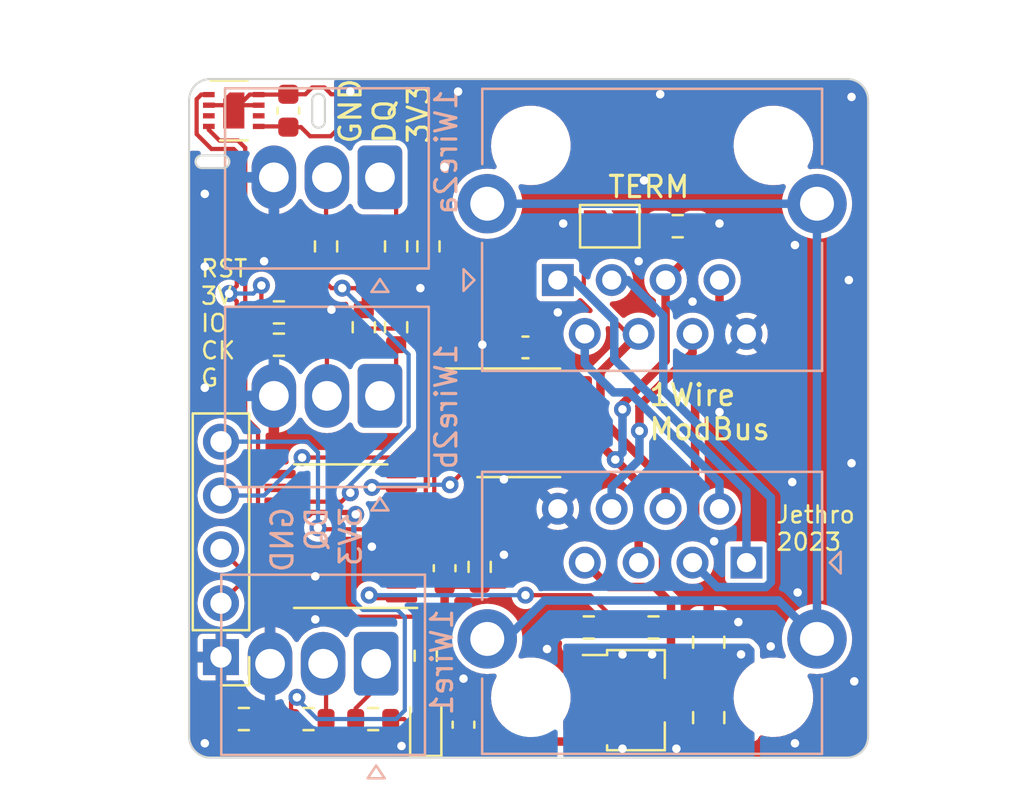
<source format=kicad_pcb>
(kicad_pcb (version 20221018) (generator pcbnew)
  (layers (0 "F.Cu" signal) (31 "B.Cu" signal) (34 "B.Paste" user) (35 "F.Paste" user) (36 "B.SilkS" user "B.Silkscreen") (37 "F.SilkS" user "F.Silkscreen") (38 "B.Mask" user) (39 "F.Mask" user) (44 "Edge.Cuts" user))
  (net 0 "")
  (net 1 "VCC")
  (net 2 "GND")
  (net 3 "+3V3")
  (net 4 "Net-(D1-A)")
  (net 5 "Net-(J1-Pad1)")
  (net 6 "Net-(J1-Pad2)")
  (net 7 "Net-(J1-Pad3)")
  (net 8 "/B")
  (net 9 "/A")
  (net 10 "/1WIRE")
  (net 11 "Net-(J3-Pin_1)")
  (net 12 "Net-(J3-Pin_2)")
  (net 13 "/SWCLK")
  (net 14 "/SWDIO")
  (net 15 "/~{RST}")
  (net 16 "Net-(J5-Pin_1)")
  (net 17 "Net-(J5-Pin_2)")
  (net 18 "Net-(J6-Pin_1)")
  (net 19 "Net-(J6-Pin_2)")
  (net 20 "Net-(JP1-B)")
  (net 21 "/LED")
  (net 22 "/V_SENSE")
  (net 23 "/SDA")
  (net 24 "/SCL")
  (net 25 "/RX")
  (net 26 "/~{RE}")
  (net 27 "/DE")
  (net 28 "/TX")
  (net 35 "/1WIRE2")
  (net 36 "Net-(J1-PadSH)")
  (net 38 "/1WIREx")
  (net 39 "Net-(R15-Pad1)")
  (footprint "Package_SO:TSSOP-20_4.4x6.5mm_P0.65mm" (layer "F.Cu") (at 77.1475 66.559 180)
    (fp_text reference "U3" hide)
    (fp_text value "STM32G030F6Px")
  )
  (footprint "Resistor_SMD:R_0603_1608Metric" (layer "F.Cu") (at 93.027 51.943 180)
    (fp_text reference "R1" hide)
    (fp_text value "120R")
  )
  (footprint "Resistor_SMD:R_0603_1608Metric" (layer "F.Cu") (at 79.756 56.706 -90)
    (fp_text reference "R5" hide)
    (fp_text value "120R")
  )
  (footprint "Resistor_SMD:R_0603_1608Metric" (layer "F.Cu") (at 78.676 75.184 180)
    (fp_text reference "R2" hide)
    (fp_text value "120R")
  )
  (footprint "Resistor_SMD:R_0603_1608Metric" (layer "F.Cu") (at 83.693 68.008 90)
    (fp_text reference "R12" hide)
    (fp_text value "47k")
  )
  (footprint "LED_SMD:LED_0603_1608Metric" (layer "F.Cu") (at 81.153 75.438 90)
    (fp_text reference "D1" hide)
    (fp_text value "LED")
  )
  (footprint "Resistor_SMD:R_0603_1608Metric" (layer "F.Cu") (at 72.581 75.184 180)
    (fp_text reference "R6" hide)
    (fp_text value "4k7")
  )
  (footprint "Sensor_Humidity:Sensirion_DFN-8-1EP_2.5x2.5mm_P0.5mm_EP1.1x1.7mm" (layer "F.Cu") (at 72.104 46.486)
    (fp_text reference "U4" hide)
    (fp_text value "SHT30-DIS")
  )
  (footprint "Package_SO:SOIC-8_3.9x4.9mm_P1.27mm" (layer "F.Cu") (at 85.536 61.214)
    (fp_text reference "U2" hide)
    (fp_text value "SP3485EN")
  )
  (footprint "Capacitor_SMD:C_0603_1608Metric" (layer "F.Cu") (at 82.931 75.451 90)
    (fp_text reference "C2" hide)
    (fp_text value "10u")
  )
  (footprint "Capacitor_SMD:C_0603_1608Metric" (layer "F.Cu") (at 74.676 46.495 90)
    (fp_text reference "C3" hide)
    (fp_text value "100n")
  )
  (footprint "Resistor_SMD:R_0603_1608Metric" (layer "F.Cu") (at 81.28 52.895 90)
    (fp_text reference "R15" hide)
    (fp_text value "4k7")
  )
  (footprint "Capacitor_SMD:C_0603_1608Metric" (layer "F.Cu") (at 85.852 57.658 180)
    (fp_text reference "C5" hide)
    (fp_text value "100n")
  )
  (footprint "Resistor_SMD:R_0603_1608Metric" (layer "F.Cu") (at 74.232 57.531)
    (fp_text reference "R14" hide)
    (fp_text value "2k7")
  )
  (footprint "Capacitor_SMD:C_0805_2012Metric" (layer "F.Cu") (at 94.488 75.118 -90)
    (fp_text reference "C6" hide)
    (fp_text value "10u")
  )
  (footprint "Connector_PinHeader_2.54mm:PinHeader_1x05_P2.54mm_Vertical" (layer "F.Cu") (at 71.501 72.263 180)
    (fp_text reference "J4" hide)
    (fp_text value "PROG")
  )
  (footprint "Resistor_SMD:R_0603_1608Metric" (layer "F.Cu") (at 81.153 72.199 90)
    (fp_text reference "R3" hide)
    (fp_text value "2k7")
  )
  (footprint "Jumper:SolderJumper-2_P1.3mm_Open_TrianglePad1.0x1.5mm" (layer "F.Cu") (at 89.826 51.943)
    (fp_text reference "JP1" hide)
    (fp_text value "TERM")
  )
  (footprint "Resistor_SMD:R_0603_1608Metric" (layer "F.Cu") (at 79.756 52.895 90)
    (fp_text reference "R4" hide)
    (fp_text value "120R")
  )
  (footprint "Resistor_SMD:R_0603_1608Metric" (layer "F.Cu") (at 76.454 52.896 90)
    (fp_text reference "R8" hide)
    (fp_text value "330R")
  )
  (footprint "Resistor_SMD:R_0603_1608Metric" (layer "F.Cu") (at 75.629 75.184)
    (fp_text reference "R7" hide)
    (fp_text value "330R")
  )
  (footprint "Capacitor_SMD:C_0603_1608Metric" (layer "F.Cu") (at 82.042 68.072 90)
    (fp_text reference "C4" hide)
    (fp_text value "100n")
  )
  (footprint "Resistor_SMD:R_0603_1608Metric" (layer "F.Cu") (at 91.885 70.866)
    (fp_text reference "R10" hide)
    (fp_text value "47k")
  )
  (footprint "Capacitor_SMD:C_0805_2012Metric" (layer "F.Cu") (at 94.488 71.562 90)
    (fp_text reference "C1" hide)
    (fp_text value "10u")
  )
  (footprint "Resistor_SMD:R_0603_1608Metric" (layer "F.Cu") (at 74.232 56.007)
    (fp_text reference "R13" hide)
    (fp_text value "2k7")
  )
  (footprint "Resistor_SMD:R_0603_1608Metric" (layer "F.Cu") (at 88.837 70.866)
    (fp_text reference "R11" hide)
    (fp_text value "4k7")
  )
  (footprint "Resistor_SMD:R_0603_1608Metric" (layer "F.Cu") (at 78.232 56.706 -90)
    (fp_text reference "R9" hide)
    (fp_text value "330R")
  )
  (footprint "Package_TO_SOT_SMD:SOT-89-3" (layer "F.Cu") (at 91.059 74.295)
    (fp_text reference "U1" hide)
    (fp_text value "HT75xx-1-SOT89")
  )
  (footprint "meteopress_footprints:RJJS-88-A22-E1V" (layer "B.Cu") (at 87.376 54.483)
    (fp_text reference "J1" hide)
    (fp_text value "RJ45_Shielded")
  )
  (footprint "meteopress_footprints:15EDGVC-2.5-03P-14" (layer "B.Cu") (at 78.815 72.577 180)
    (fp_text reference "J6" hide)
    (fp_text value "1WIRE0")
  )
  (footprint "meteopress_footprints:RJJS-88-A22-E1V" (layer "B.Cu") (at 96.266 67.806 180)
    (fp_text reference "J2" hide)
    (fp_text value "RJ45_Shielded")
  )
  (footprint "meteopress_footprints:15EDGVC-2.5-03P-14" (layer "B.Cu") (at 78.994 49.638 180)
    (fp_text reference "J3" hide)
    (fp_text value "1WIRE1")
  )
  (footprint "meteopress_footprints:15EDGVC-2.5-03P-14" (layer "B.Cu") (at 78.994 59.944 180)
    (fp_text reference "J5" hide)
    (fp_text value "1WIRE2")
  )
  (gr_line (start 102 46) (end 102 76) (stroke (width 0.1)) (layer "Edge.Cuts"))
  (gr_line (start 71.6 49.2) (end 70.6 49.2) (stroke (width 0.1)) (layer "Edge.Cuts"))
  (gr_arc (start 102 76) (mid 101.707107 76.707107) (end 101 77) (stroke (width 0.1)) (layer "Edge.Cuts"))
  (gr_arc (start 71.6 48.6) (mid 71.9 48.9) (end 71.6 49.2) (stroke (width 0.1)) (layer "Edge.Cuts"))
  (gr_arc (start 76.4 47) (mid 76.1 47.3) (end 75.8 47) (stroke (width 0.1)) (layer "Edge.Cuts"))
  (gr_line (start 70 76) (end 70 46) (stroke (width 0.1)) (layer "Edge.Cuts"))
  (gr_arc (start 70.6 49.2) (mid 70.3 48.9) (end 70.6 48.6) (stroke (width 0.1)) (layer "Edge.Cuts"))
  (gr_arc (start 101 45) (mid 101.707107 45.292893) (end 102 46) (stroke (width 0.1)) (layer "Edge.Cuts"))
  (gr_line (start 75.8 47) (end 75.8 46) (stroke (width 0.1)) (layer "Edge.Cuts"))
  (gr_arc (start 70 46) (mid 70.292893 45.292893) (end 71 45) (stroke (width 0.1)) (layer "Edge.Cuts"))
  (gr_arc (start 71 77) (mid 70.292893 76.707107) (end 70 76) (stroke (width 0.1)) (layer "Edge.Cuts"))
  (gr_arc (start 75.8 46) (mid 76.1 45.7) (end 76.4 46) (stroke (width 0.1)) (layer "Edge.Cuts"))
  (gr_line (start 76.4 46) (end 76.4 47) (stroke (width 0.1)) (layer "Edge.Cuts"))
  (gr_line (start 101 77) (end 71 77) (stroke (width 0.1)) (layer "Edge.Cuts"))
  (gr_line (start 70.6 48.6) (end 71.6 48.6) (stroke (width 0.1)) (layer "Edge.Cuts"))
  (gr_line (start 71 45) (end 101 45) (stroke (width 0.1)) (layer "Edge.Cuts"))
  (gr_text "1Wire2a" (at 82.7 45.4 90) (layer "B.SilkS") (effects (font (size 1 1)) (justify left bottom mirror)))
  (gr_text "1Wire1" (at 82.5 69.9 90) (layer "B.SilkS") (effects (font (size 1 1)) (justify left bottom mirror)))
  (gr_text "GND\nDQ\n3V3" (at 78.2 65.1 90) (layer "B.SilkS") (effects (font (size 1 1)) (justify left bottom mirror)))
  (gr_text "1Wire2b" (at 82.7 57.4 90) (layer "B.SilkS") (effects (font (size 1 1)) (justify left bottom mirror)))
  (gr_text "GND\nDQ\n3V3" (at 81.407 48.133 90) (layer "F.SilkS") (effects (font (size 1 1)) (justify left bottom)))
  (gr_text "1Wire\nModBus" (at 91.6 62.1) (layer "F.SilkS") (effects (font (size 1 1)) (justify left bottom)))
  (gr_text "Jethro\n2023" (at 97.6 67.3) (layer "F.SilkS") (effects (font (size 0.8 0.8) (thickness 0.12)) (justify left bottom)))
  (gr_text "TERM" (at 89.662 50.673) (layer "F.SilkS") (effects (font (size 1 1)) (justify left bottom)))
  (gr_text "RST\n3V\nIO\nCK\nG" (at 70.485 59.563) (layer "F.SilkS") (effects (font (size 0.8 0.8) (thickness 0.12)) (justify left bottom)))
  (segment (start 92.71 72.136) (end 92.71 70.866) (width 0.4) (layer "F.Cu") (net 1))
  (segment (start 93.846 65.532) (end 92.336 67.042) (width 0.4) (layer "F.Cu") (net 1))
  (segment (start 92.71 69.713) (end 92.71 70.866) (width 0.4) (layer "F.Cu") (net 1))
  (segment (start 88.646 67.806) (end 89.796 68.956) (width 0.4) (layer "F.Cu") (net 1))
  (segment (start 92.336 68.573) (end 91.953 68.956) (width 0.4) (layer "F.Cu") (net 1))
  (segment (start 94.488 72.512) (end 94.488 74.168) (width 0.4) (layer "F.Cu") (net 1))
  (segment (start 92.336 67.042) (end 92.336 68.573) (width 0.4) (layer "F.Cu") (net 1))
  (segment (start 94.488 72.512) (end 93.086 72.512) (width 0.4) (layer "F.Cu") (net 1))
  (segment (start 93.086 72.512) (end 92.71 72.136) (width 0.4) (layer "F.Cu") (net 1))
  (segment (start 93.846 58.928) (end 93.846 65.532) (width 0.4) (layer "F.Cu") (net 1))
  (segment (start 91.953 68.956) (end 92.71 69.713) (width 0.4) (layer "F.Cu") (net 1))
  (segment (start 89.3235 74.168) (end 94.488 74.168) (width 0.4) (layer "F.Cu") (net 1))
  (segment (start 94.996 57.778) (end 93.846 58.928) (width 0.4) (layer "F.Cu") (net 1))
  (segment (start 94.996 54.483) (end 94.996 57.778) (width 0.4) (layer "F.Cu") (net 1))
  (segment (start 89.796 68.956) (end 91.953 68.956) (width 0.4) (layer "F.Cu") (net 1))
  (segment (start 89.1965 74.295) (end 89.3235 74.168) (width 0.4) (layer "F.Cu") (net 1))
  (via (at 92.964 76.581) (size 0.8) (drill 0.4) (layers "F.Cu" "B.Cu") (net 1))
  (via (at 90.424 72.136) (size 0.8) (drill 0.4) (layers "F.Cu" "B.Cu") (net 1))
  (via (at 96.012 72.136) (size 0.8) (drill 0.4) (layers "F.Cu" "B.Cu") (net 1))
  (via (at 90.424 76.581) (size 0.8) (drill 0.4) (layers "F.Cu" "B.Cu") (net 1))
  (via (at 91.821 72.136) (size 0.8) (drill 0.4) (layers "F.Cu" "B.Cu") (net 1))
  (segment (start 76.7 45.72) (end 77.47 45.72) (width 0.2) (layer "F.Cu") (net 2))
  (segment (start 86.868 71.501) (end 86.995 71.628) (width 0.4) (layer "F.Cu") (net 2))
  (segment (start 80.01 66.884) (end 81.629 66.884) (width 0.2) (layer "F.Cu") (net 2))
  (segment (start 94.874 76.454) (end 98.044 76.454) (width 0.4) (layer "F.Cu") (net 2))
  (segment (start 73.279 45.736) (end 72.854 45.736) (width 0.2) (layer "F.Cu") (net 2))
  (segment (start 89.109 72.795) (end 88.162 72.795) (width 0.4) (layer "F.Cu") (net 2))
  (segment (start 72.854 45.736) (end 72.104 46.486) (width 0.2) (layer "F.Cu") (net 2))
  (segment (start 82.628 67.883) (end 84.39 67.883) (width 0.2) (layer "F.Cu") (net 2))
  (segment (start 88.162 72.795) (end 87.249 71.882) (width 0.4) (layer "F.Cu") (net 2))
  (segment (start 72.354 46.236) (end 72.104 46.486) (width 0.2) (layer "F.Cu") (net 2))
  (segment (start 73.279 46.236) (end 72.354 46.236) (width 0.2) (layer "F.Cu") (net 2))
  (segment (start 73.279 45.736) (end 74.66 45.736) (width 0.2) (layer "F.Cu") (net 2))
  (segment (start 70.929 46.236) (end 71.854 46.236) (width 0.2) (layer "F.Cu") (net 2))
  (segment (start 98.552 76.327) (end 98.298 76.454) (width 0.4) (layer "F.Cu") (net 2))
  (segment (start 98.044 76.454) (end 98.552 76.327) (width 0.4) (layer "F.Cu") (net 2))
  (segment (start 75.48 45.72) (end 75.8 45.4) (width 0.2) (layer "F.Cu") (net 2))
  (segment (start 77.47 45.72) (end 77.597 45.593) (width 0.2) (layer "F.Cu") (net 2))
  (segment (start 75.8 45.4) (end 76.38 45.4) (width 0.2) (layer "F.Cu") (net 2))
  (segment (start 94.488 76.068) (end 94.874 76.454) (width 0.4) (layer "F.Cu") (net 2))
  (segment (start 76.38 45.4) (end 76.7 45.72) (width 0.2) (layer "F.Cu") (net 2))
  (segment (start 74.676 45.72) (end 75.48 45.72) (width 0.2) (layer "F.Cu") (net 2))
  (segment (start 87.249 71.882) (end 86.868 71.882) (width 0.4) (layer "F.Cu") (net 2))
  (segment (start 74.66 45.736) (end 74.676 45.72) (width 0.2) (layer "F.Cu") (net 2))
  (segment (start 71.854 46.236) (end 72.104 46.486) (width 0.2) (layer "F.Cu") (net 2))
  (segment (start 82.042 67.297) (end 82.628 67.883) (width 0.2) (layer "F.Cu") (net 2))
  (segment (start 98.298 76.454) (end 98.171 76.454) (width 0.4) (layer "F.Cu") (net 2))
  (segment (start 81.629 66.884) (end 82.042 67.297) (width 0.2) (layer "F.Cu") (net 2))
  (segment (start 86.868 71.882) (end 86.868 71.501) (width 0.4) (layer "F.Cu") (net 2))
  (segment (start 84.39 67.883) (end 84.836 67.437) (width 0.2) (layer "F.Cu") (net 2))
  (via (at 70.739 76.327) (size 0.8) (drill 0.4) (layers "F.Cu" "B.Cu") (net 2))
  (via (at 78.613 67.056) (size 0.8) (drill 0.4) (layers "F.Cu" "B.Cu") (net 2))
  (via (at 91.186 53.594) (size 0.8) (drill 0.4) (layers "F.Cu" "B.Cu") (net 2))
  (via (at 87.63 51.816) (size 0.8) (drill 0.4) (layers "F.Cu" "B.Cu") (net 2))
  (via (at 98.552 52.832) (size 0.8) (drill 0.4) (layers "F.Cu" "B.Cu") (net 2))
  (via (at 94.996 60.706) (size 0.8) (drill 0.4) (layers "F.Cu" "B.Cu") (net 2))
  (via (at 101.219 63.119) (size 0.8) (drill 0.4) (layers "F.Cu" "B.Cu") (net 2))
  (via (at 101.092 54.483) (size 0.8) (drill 0.4) (layers "F.Cu" "B.Cu") (net 2))
  (via (at 93.726 55.499) (size 0.8) (drill 0.4) (layers "F.Cu" "B.Cu") (net 2))
  (via (at 94.996 51.816) (size 0.8) (drill 0.4) (layers "F.Cu" "B.Cu") (net 2))
  (via (at 80.899 54.864) (size 0.8) (drill 0.4) (layers "F.Cu" "B.Cu") (net 2))
  (via (at 70.739 53.848) (size 0.8) (drill 0.4) (layers "F.Cu" "B.Cu") (net 2))
  (via (at 82.677 45.593) (size 0.8) (drill 0.4) (layers "F.Cu" "B.Cu") (net 2))
  (via (at 70.739 59.563) (size 0.8) (drill 0.4) (layers "F.Cu" "B.Cu") (net 2))
  (via (at 95.885 70.612) (size 0.8) (drill 0.4) (layers "F.Cu" "B.Cu") (net 2))
  (via (at 98.425 64.008) (size 0.8) (drill 0.4) (layers "F.Cu" "B.Cu") (net 2))
  (via (at 101.219 45.847) (size 0.8) (drill 0.4) (layers "F.Cu" "B.Cu") (net 2))
  (via (at 98.552 76.327) (size 0.8) (drill 0.4) (layers "F.Cu" "B.Cu") (net 2))
  (via (at 97.409 71.755) (size 0.8) (drill 0.4) (layers "F.Cu" "B.Cu") (net 2))
  (via (at 92.202 45.72) (size 0.8) (drill 0.4) (layers "F.Cu" "B.Cu") (net 2))
  (via (at 70.739 50.419) (size 0.8) (drill 0.4) (layers "F.Cu" "B.Cu") (net 2))
  (via (at 77.597 45.593) (size 0.8) (drill 0.4) (layers "F.Cu" "B.Cu") (net 2))
  (via (at 101.346 73.406) (size 0.8) (drill 0.4) (layers "F.Cu" "B.Cu") (net 2))
  (via (at 82.931 73.279) (size 0.8) (drill 0.4) (layers "F.Cu" "B.Cu") (net 2))
  (via (at 94.742 66.802) (size 0.8) (drill 0.4) (layers "F.Cu" "B.Cu") (net 2))
  (via (at 76.708 55.88) (size 0.8) (drill 0.4) (layers "F.Cu" "B.Cu") (net 2))
  (via (at 84.836 63.881) (size 0.8) (drill 0.4) (layers "F.Cu" "B.Cu") (net 2))
  (via (at 83.82 57.531) (size 0.8) (drill 0.4) (layers "F.Cu" "B.Cu") (net 2))
  (via (at 80.01 76.454) (size 0.8) (drill 0.4) (layers "F.Cu" "B.Cu") (net 2))
  (via (at 75.946 68.453) (size 0.8) (drill 0.4) (layers "F.Cu" "B.Cu") (net 2))
  (via (at 75.946 70.485) (size 0.8) (drill 0.4) (layers "F.Cu" "B.Cu") (net 2))
  (via (at 87.376 56.007) (size 0.8) (drill 0.4) (layers "F.Cu" "B.Cu") (net 2))
  (via (at 86.868 71.882) (size 0.8) (drill 0.4) (layers "F.Cu" "B.Cu") (net 2))
  (via (at 82.042 49.149) (size 0.8) (drill 0.4) (layers "F.Cu" "B.Cu") (net 2))
  (via (at 98.679 69.215) (size 0.8) (drill 0.4) (layers "F.Cu" "B.Cu") (net 2))
  (via (at 73.533 53.594) (size 0.8) (drill 0.4) (layers "F.Cu" "B.Cu") (net 2))
  (via (at 91.44 49.784) (size 0.8) (drill 0.4) (layers "F.Cu" "B.Cu") (net 2))
  (via (at 84.836 67.437) (size 0.8) (drill 0.4) (layers "F.Cu" "B.Cu") (net 2))
  (segment (start 82.95 76.245) (end 82.931 76.226) (width 0.4) (layer "F.Cu") (net 3))
  (segment (start 81.28 52.07) (end 81.915 52.07) (width 0.2) (layer "F.Cu") (net 3))
  (segment (start 82.042 68.847) (end 82.042 75.438) (width 0.4) (layer "F.Cu") (net 3))
  (segment (start 81.915 52.07) (end 82.169 52.324) (width 0.2) (layer "F.Cu") (net 3))
  (segment (start 85.979 58.306) (end 86.627 57.658) (width 0.4) (layer "F.Cu") (net 3))
  (segment (start 80.39 75.438) (end 80.136 75.184) (width 0.2) (layer "F.Cu") (net 3))
  (segment (start 75.324378 62.851622) (end 79.515378 62.851622) (width 0.2) (layer "F.Cu") (net 3))
  (segment (start 75.057 56.007) (end 75.057 56.769) (width 0.2) (layer "F.Cu") (net 3))
  (segment (start 75.057 56.769) (end 75.057 57.531) (width 0.2) (layer "F.Cu") (net 3))
  (segment (start 73.279 47.236) (end 74.642 47.236) (width 0.2) (layer "F.Cu") (net 3))
  (segment (start 82.169 52.324) (end 82.169 52.832) (width 0.2) (layer "F.Cu") (net 3))
  (segment (start 81.153 61.214) (end 81.153 57.023) (width 0.2) (layer "F.Cu") (net 3))
  (segment (start 82.042 75.819) (end 82.449 76.226) (width 0.4) (layer "F.Cu") (net 3))
  (segment (start 81.28 48.387) (end 80.137 47.244) (width 0.2) (layer "F.Cu") (net 3))
  (segment (start 75.057 56.769) (end 80.899 56.769) (width 0.2) (layer "F.Cu") (net 3))
  (segment (start 89.109 75.795) (end 88.659 76.245) (width 0.4) (layer "F.Cu") (net 3))
  (segment (start 88.659 76.245) (end 82.95 76.245) (width 0.4) (layer "F.Cu") (net 3))
  (segment (start 77.126 47.244) (end 76.67 47.7) (width 0.2) (layer "F.Cu") (net 3))
  (segment (start 85.979 58.674) (end 85.979 58.306) (width 0.4) (layer "F.Cu") (net 3))
  (segment (start 71.756 75.693) (end 72.022 75.959) (width 0.2) (layer "F.Cu") (net 3))
  (segment (start 84.837 68.833) (end 85.979 67.691) (width 0.4) (layer "F.Cu") (net 3))
  (segment (start 80.136 75.184) (end 79.501 75.184) (width 0.2) (layer "F.Cu") (net 3))
  (segment (start 80.729 67.534) (end 82.042 68.847) (width 0.2) (layer "F.Cu") (net 3))
  (segment (start 82.169 56.007) (end 81.661 56.515) (width 0.2) (layer "F.Cu") (net 3))
  (segment (start 82.449 76.226) (end 82.931 76.226) (width 0.4) (layer "F.Cu") (net 3))
  (segment (start 75.7 47.7) (end 75.27 47.27) (width 0.2) (layer "F.Cu") (net 3))
  (segment (start 82.042 75.438) (end 82.042 75.819) (width 0.4) (layer "F.Cu") (net 3))
  (segment (start 83.693 68.833) (end 84.837 68.833) (width 0.4) (layer "F.Cu") (net 3))
  (segment (start 85.944 58.709) (end 85.979 58.674) (width 0.2) (layer "F.Cu") (net 3))
  (segment (start 82.042 68.847) (end 83.679 68.847) (width 0.4) (layer "F.Cu") (net 3))
  (segment (start 81.153 57.023) (end 81.661 56.515) (width 0.2) (layer "F.Cu") (net 3))
  (segment (start 71.756 75.184) (end 71.756 75.693) (width 0.2) (layer "F.Cu") (net 3))
  (segment (start 75.27 47.27) (end 74.676 47.27) (width 0.2) (layer "F.Cu") (net 3))
  (segment (start 79.515378 62.851622) (end 81.153 61.214) (width 0.2) (layer "F.Cu") (net 3))
  (segment (start 74.642 47.236) (end 74.676 47.27) (width 0.2) (layer "F.Cu") (net 3))
  (segment (start 86.627 59.068) (end 86.868 59.309) (width 0.2) (layer "F.Cu") (net 3))
  (segment (start 76.67 47.7) (end 75.7 47.7) (width 0.2) (layer "F.Cu") (net 3))
  (segment (start 82.169 52.832) (end 82.169 56.007) (width 0.2) (layer "F.Cu") (net 3))
  (segment (start 79.501 75.82) (end 79.501 75.184) (width 0.2) (layer "F.Cu") (net 3))
  (segment (start 72.022 75.959) (end 79.362 75.959) (width 0.2) (layer "F.Cu") (net 3))
  (segment (start 81.661 56.515) (end 83.855 58.709) (width 0.2) (layer "F.Cu") (net 3))
  (segment (start 83.679 68.847) (end 83.693 68.833) (width 0.4) (layer "F.Cu") (net 3))
  (segment (start 80.39 75.438) (end 82.042 75.438) (width 0.2) (layer "F.Cu") (net 3))
  (segment (start 83.855 58.709) (end 85.944 58.709) (width 0.2) (layer "F.Cu") (net 3))
  (segment (start 81.28 52.07) (end 81.28 48.387) (width 0.2) (layer "F.Cu") (net 3))
  (segment (start 80.899 56.769) (end 81.153 57.023) (width 0.2) (layer "F.Cu") (net 3))
  (segment (start 80.01 67.534) (end 80.729 67.534) (width 0.2) (layer "F.Cu") (net 3))
  (segment (start 86.627 57.658) (end 86.627 59.068) (width 0.2) (layer "F.Cu") (net 3))
  (segment (start 79.362 75.959) (end 79.501 75.82) (width 0.2) (layer "F.Cu") (net 3))
  (segment (start 80.137 47.244) (end 77.126 47.244) (width 0.2) (layer "F.Cu") (net 3))
  (segment (start 85.979 67.691) (end 85.979 58.674) (width 0.4) (layer "F.Cu") (net 3))
  (segment (start 86.868 59.309) (end 88.011 59.309) (width 0.2) (layer "F.Cu") (net 3))
  (via (at 75.324378 62.851622) (size 0.8) (drill 0.4) (layers "F.Cu" "B.Cu") (net 3))
  (segment (start 71.501 64.643) (end 73.533 64.643) (width 0.2) (layer "B.Cu") (net 3))
  (segment (start 73.533 64.643) (end 75.324378 62.851622) (width 0.2) (layer "B.Cu") (net 3))
  (segment (start 81.153 74.6505) (end 81.153 73.024) (width 0.2) (layer "F.Cu") (net 4))
  (segment (start 88.126 54.483) (end 90.036 56.393) (width 0.4) (layer "B.Cu") (net 5))
  (segment (start 87.376 54.483) (end 88.126 54.483) (width 0.4) (layer "B.Cu") (net 5))
  (segment (start 96.266 64.441101) (end 96.266 67.806) (width 0.4) (layer "B.Cu") (net 5))
  (segment (start 90.036 56.393) (end 90.036 58.211101) (width 0.4) (layer "B.Cu") (net 5))
  (segment (start 90.036 58.211101) (end 96.266 64.441101) (width 0.4) (layer "B.Cu") (net 5))
  (segment (start 88.646 57.023) (end 88.646 58.42) (width 0.4) (layer "B.Cu") (net 6))
  (segment (start 90.005 59.779) (end 90.755371 59.779) (width 0.4) (layer "B.Cu") (net 6))
  (segment (start 88.646 58.42) (end 90.005 59.779) (width 0.4) (layer "B.Cu") (net 6))
  (segment (start 90.755371 59.779) (end 94.996 64.01963) (width 0.4) (layer "B.Cu") (net 6))
  (segment (start 94.996 64.01963) (end 94.996 65.266) (width 0.4) (layer "B.Cu") (net 6))
  (segment (start 97.416 68.721686) (end 97.176686 68.961) (width 0.4) (layer "B.Cu") (net 7))
  (segment (start 97.416 64.742573) (end 97.416 68.721686) (width 0.4) (layer "B.Cu") (net 7))
  (segment (start 94.881 68.961) (end 93.726 67.806) (width 0.4) (layer "B.Cu") (net 7))
  (segment (start 97.176686 68.961) (end 94.881 68.961) (width 0.4) (layer "B.Cu") (net 7))
  (segment (start 92.346214 59.672787) (end 97.416 64.742573) (width 0.4) (layer "B.Cu") (net 7))
  (segment (start 92.346214 56.163214) (end 92.346214 59.672787) (width 0.4) (layer "B.Cu") (net 7))
  (segment (start 90.666 54.483) (end 92.346214 56.163214) (width 0.4) (layer "B.Cu") (net 7))
  (segment (start 89.916 54.483) (end 90.666 54.483) (width 0.4) (layer "B.Cu") (net 7))
  (segment (start 92.456 64.049) (end 92.456 65.266) (width 0.4) (layer "F.Cu") (net 8))
  (segment (start 88.601 54.946) (end 90.678 57.023) (width 0.2) (layer "F.Cu") (net 8))
  (segment (start 90.678 57.023) (end 91.186 57.023) (width 0.2) (layer "F.Cu") (net 8))
  (segment (start 89.101 51.943) (end 88.601 52.443) (width 0.2) (layer "F.Cu") (net 8))
  (segment (start 88.986 60.579) (end 89.386 60.179) (width 0.4) (layer "F.Cu") (net 8))
  (segment (start 88.011 60.579) (end 88.986 60.579) (width 0.4) (layer "F.Cu") (net 8))
  (segment (start 89.386 60.179) (end 89.386 58.823) (width 0.4) (layer "F.Cu") (net 8))
  (segment (start 88.986 60.579) (end 92.456 64.049) (width 0.4) (layer "F.Cu") (net 8))
  (segment (start 88.601 52.443) (end 88.601 54.946) (width 0.2) (layer "F.Cu") (net 8))
  (segment (start 89.386 58.823) (end 91.186 57.023) (width 0.4) (layer "F.Cu") (net 8))
  (segment (start 93.852 53.085) (end 93.852 51.943) (width 0.4) (layer "F.Cu") (net 9))
  (segment (start 92.456 54.483) (end 93.853 53.086) (width 0.4) (layer "F.Cu") (net 9))
  (segment (start 91.186 64.049) (end 90.086 62.949) (width 0.4) (layer "F.Cu") (net 9))
  (segment (start 90.424 60.325) (end 90.424 60.579) (width 0.4) (layer "F.Cu") (net 9))
  (segment (start 88.986 61.849) (end 88.011 61.849) (width 0.4) (layer "F.Cu") (net 9))
  (segment (start 91.186 67.806) (end 91.186 64.049) (width 0.4) (layer "F.Cu") (net 9))
  (segment (start 93.853 53.086) (end 93.852 53.085) (width 0.4) (layer "F.Cu") (net 9))
  (segment (start 92.456 58.293) (end 90.424 60.325) (width 0.4) (layer "F.Cu") (net 9))
  (segment (start 90.086 62.949) (end 88.986 61.849) (width 0.4) (layer "F.Cu") (net 9))
  (segment (start 92.456 54.483) (end 92.456 58.293) (width 0.4) (layer "F.Cu") (net 9))
  (via (at 90.424 60.579) (size 0.8) (drill 0.4) (layers "F.Cu" "B.Cu") (net 9))
  (via (at 90.086 62.949) (size 0.8) (drill 0.4) (layers "F.Cu" "B.Cu") (net 9))
  (segment (start 90.424 62.611) (end 90.086 62.949) (width 0.4) (layer "B.Cu") (net 9))
  (segment (start 90.424 60.579) (end 90.424 62.611) (width 0.4) (layer "B.Cu") (net 9))
  (segment (start 77.761 65.442) (end 77.851 65.532) (width 0.25) (layer "F.Cu") (net 10))
  (segment (start 74.804 75.184) (end 74.804 74.368241) (width 0.2) (layer "F.Cu") (net 10))
  (segment (start 75.630695 65.584) (end 75.772695 65.442) (width 0.25) (layer "F.Cu") (net 10))
  (segment (start 74.804 75.184) (end 73.406 75.184) (width 0.2) (layer "F.Cu") (net 10))
  (segment (start 75.772695 65.442) (end 77.761 65.442) (width 0.25) (layer "F.Cu") (net 10))
  (segment (start 74.285 65.584) (end 75.630695 65.584) (width 0.25) (layer "F.Cu") (net 10))
  (segment (start 74.804 74.368241) (end 75.01268 74.159561) (width 0.2) (layer "F.Cu") (net 10))
  (via (at 77.851 65.532) (size 0.8) (drill 0.4) (layers "F.Cu" "B.Cu") (net 10))
  (via (at 75.0824 74.159561) (size 0.8) (drill 0.4) (layers "F.Cu" "B.Cu") (net 10))
  (segment (start 77.851 65.532) (end 77.761 65.622) (width 0.25) (layer "B.Cu") (net 10))
  (segment (start 76.037119 75.184) (end 75.01268 74.159561) (width 0.2) (layer "B.Cu") (net 10))
  (segment (start 77.761 65.622) (end 77.761 69.60695) (width 0.25) (layer "B.Cu") (net 10))
  (segment (start 78.19605 70.042) (end 79.821 70.042) (width 0.2) (layer "B.Cu") (net 10))
  (segment (start 77.761 69.60695) (end 77.800525 69.646475) (width 0.25) (layer "B.Cu") (net 10))
  (segment (start 79.756 75.184) (end 76.037119 75.184) (width 0.2) (layer "B.Cu") (net 10))
  (segment (start 80.165 74.775) (end 79.756 75.184) (width 0.2) (layer "B.Cu") (net 10))
  (segment (start 77.786 69.63195) (end 77.800525 69.646475) (width 0.2) (layer "B.Cu") (net 10))
  (segment (start 79.821 70.042) (end 80.165 70.386) (width 0.2) (layer "B.Cu") (net 10))
  (segment (start 80.165 70.386) (end 80.165 74.775) (width 0.2) (layer "B.Cu") (net 10))
  (segment (start 77.800525 69.646475) (end 78.19605 70.042) (width 0.2) (layer "B.Cu") (net 10))
  (segment (start 79.756 50.4) (end 78.994 49.638) (width 0.2) (layer "F.Cu") (net 11))
  (segment (start 79.756 52.07) (end 79.756 50.4) (width 0.2) (layer "F.Cu") (net 11))
  (segment (start 76.454 49.678) (end 76.494 49.638) (width 0.2) (layer "F.Cu") (net 12))
  (segment (start 76.454 52.071) (end 76.454 49.678) (width 0.2) (layer "F.Cu") (net 12))
  (segment (start 72.39 68.834) (end 71.501 69.723) (width 0.2) (layer "F.Cu") (net 13))
  (segment (start 74.285 68.834) (end 72.39 68.834) (width 0.2) (layer "F.Cu") (net 13))
  (segment (start 72.502 68.184) (end 74.285 68.184) (width 0.2) (layer "F.Cu") (net 14))
  (segment (start 71.501 67.183) (end 72.502 68.184) (width 0.2) (layer "F.Cu") (net 14))
  (segment (start 83.693 66.548) (end 83.693 67.183) (width 0.2) (layer "F.Cu") (net 15))
  (segment (start 80.01 66.234) (end 76.14 66.234) (width 0.2) (layer "F.Cu") (net 15))
  (segment (start 83.379 66.234) (end 83.693 66.548) (width 0.2) (layer "F.Cu") (net 15))
  (segment (start 80.01 66.234) (end 83.379 66.234) (width 0.2) (layer "F.Cu") (net 15))
  (segment (start 76.14 66.234) (end 76.073 66.167) (width 0.2) (layer "F.Cu") (net 15))
  (via (at 76.073 66.167) (size 0.8) (drill 0.4) (layers "F.Cu" "B.Cu") (net 15))
  (segment (start 76.073 66.167) (end 76.073 62.611) (width 0.2) (layer "B.Cu") (net 15))
  (segment (start 76.073 62.611) (end 75.565 62.103) (width 0.2) (layer "B.Cu") (net 15))
  (segment (start 75.565 62.103) (end 71.501 62.103) (width 0.2) (layer "B.Cu") (net 15))
  (segment (start 79.756 57.531) (end 79.756 59.182) (width 0.2) (layer "F.Cu") (net 16))
  (segment (start 79.756 59.182) (end 78.994 59.944) (width 0.2) (layer "F.Cu") (net 16))
  (segment (start 76.962 57.531) (end 76.494 57.999) (width 0.2) (layer "F.Cu") (net 17))
  (segment (start 76.494 57.999) (end 76.494 59.944) (width 0.2) (layer "F.Cu") (net 17))
  (segment (start 78.232 57.531) (end 76.962 57.531) (width 0.2) (layer "F.Cu") (net 17))
  (segment (start 78.815 73.712) (end 78.815 72.577) (width 0.2) (layer "F.Cu") (net 18))
  (segment (start 77.851 74.676) (end 78.815 73.712) (width 0.2) (layer "F.Cu") (net 18))
  (segment (start 77.851 75.184) (end 77.851 74.676) (width 0.2) (layer "F.Cu") (net 18))
  (segment (start 76.454 75.184) (end 76.454 72.716) (width 0.2) (layer "F.Cu") (net 19))
  (segment (start 76.454 72.716) (end 76.315 72.577) (width 0.2) (layer "F.Cu") (net 19))
  (segment (start 92.202 51.943) (end 90.551 51.943) (width 0.2) (layer "F.Cu") (net 20))
  (segment (start 77.216 70.358) (end 80.899 70.358) (width 0.2) (layer "F.Cu") (net 21))
  (segment (start 81.153 70.612) (end 81.153 71.374) (width 0.2) (layer "F.Cu") (net 21))
  (segment (start 74.285 69.484) (end 76.342 69.484) (width 0.2) (layer "F.Cu") (net 21))
  (segment (start 76.342 69.484) (end 77.216 70.358) (width 0.2) (layer "F.Cu") (net 21))
  (segment (start 80.899 70.358) (end 81.153 70.612) (width 0.2) (layer "F.Cu") (net 21))
  (segment (start 80.01 69.484) (end 78.628 69.484) (width 0.2) (layer "F.Cu") (net 22))
  (segment (start 85.852 69.342) (end 88.9 69.342) (width 0.2) (layer "F.Cu") (net 22))
  (segment (start 91.06 70.866) (end 89.662 70.866) (width 0.2) (layer "F.Cu") (net 22))
  (segment (start 78.628 69.484) (end 78.486 69.342) (width 0.2) (layer "F.Cu") (net 22))
  (segment (start 88.9 69.342) (end 89.662 70.104) (width 0.2) (layer "F.Cu") (net 22))
  (segment (start 89.662 70.104) (end 89.662 70.866) (width 0.2) (layer "F.Cu") (net 22))
  (via (at 78.486 69.342) (size 0.8) (drill 0.4) (layers "F.Cu" "B.Cu") (net 22))
  (via (at 85.852 69.342) (size 0.8) (drill 0.4) (layers "F.Cu" "B.Cu") (net 22))
  (segment (start 78.486 69.342) (end 85.852 69.342) (width 0.2) (layer "B.Cu") (net 22))
  (segment (start 72.8475 61.722374) (end 72.8475 66.834) (width 0.2) (layer "F.Cu") (net 23))
  (segment (start 70.354 45.95138) (end 70.354 47.6) (width 0.2) (layer "F.Cu") (net 23))
  (segment (start 71.882 55.118) (end 72.244 55.48) (width 0.2) (layer "F.Cu") (net 23))
  (segment (start 70.56938 45.736) (end 70.354 45.95138) (width 0.2) (layer "F.Cu") (net 23))
  (segment (start 70.354 47.6) (end 71.054 48.3) (width 0.2) (layer "F.Cu") (net 23))
  (segment (start 72.244 61.118874) (end 72.8475 61.722374) (width 0.2) (layer "F.Cu") (net 23))
  (segment (start 72.244 54.756) (end 71.882 55.118) (width 0.2) (layer "F.Cu") (net 23))
  (segment (start 73.406 54.737) (end 73.406 56.006) (width 0.2) (layer "F.Cu") (net 23))
  (segment (start 70.929 45.736) (end 70.56938 45.736) (width 0.2) (layer "F.Cu") (net 23))
  (segment (start 72.1 48.3) (end 72.244 48.444) (width 0.2) (layer "F.Cu") (net 23))
  (segment (start 72.244 48.444) (end 72.244 54.756) (width 0.2) (layer "F.Cu") (net 23))
  (segment (start 71.054 48.3) (end 72.1 48.3) (width 0.2) (layer "F.Cu") (net 23))
  (segment (start 73.5475 67.534) (end 74.285 67.534) (width 0.2) (layer "F.Cu") (net 23))
  (segment (start 72.244 55.48) (end 72.244 61.118874) (width 0.2) (layer "F.Cu") (net 23))
  (segment (start 73.406 56.006) (end 73.407 56.007) (width 0.2) (layer "F.Cu") (net 23))
  (segment (start 72.8475 66.834) (end 73.5475 67.534) (width 0.2) (layer "F.Cu") (net 23))
  (via (at 73.406 54.737) (size 0.8) (drill 0.4) (layers "F.Cu" "B.Cu") (net 23))
  (via (at 71.882 55.118) (size 0.8) (drill 0.4) (layers "F.Cu" "B.Cu") (net 23))
  (segment (start 73.025 55.118) (end 73.406 54.737) (width 0.2) (layer "B.Cu") (net 23))
  (segment (start 71.882 55.118) (end 73.025 55.118) (width 0.2) (layer "B.Cu") (net 23))
  (segment (start 72.644 48.244) (end 72.644 57.531) (width 0.2) (layer "F.Cu") (net 24))
  (segment (start 72.644 57.531) (end 72.644 60.953188) (width 0.2) (layer "F.Cu") (net 24))
  (segment (start 73.5475 66.884) (end 74.285 66.884) (width 0.2) (layer "F.Cu") (net 24))
  (segment (start 73.407 57.531) (end 72.644 57.531) (width 0.2) (layer "F.Cu") (net 24))
  (segment (start 70.929 47.4) (end 71.429 47.9) (width 0.2) (layer "F.Cu") (net 24))
  (segment (start 73.2475 66.584) (end 73.5475 66.884) (width 0.2) (layer "F.Cu") (net 24))
  (segment (start 71.429 47.9) (end 72.3 47.9) (width 0.2) (layer "F.Cu") (net 24))
  (segment (start 72.644 60.953188) (end 73.2475 61.556688) (width 0.2) (layer "F.Cu") (net 24))
  (segment (start 73.2475 61.556688) (end 73.2475 66.584) (width 0.2) (layer "F.Cu") (net 24))
  (segment (start 70.929 47.236) (end 70.929 47.4) (width 0.2) (layer "F.Cu") (net 24))
  (segment (start 72.3 47.9) (end 72.644 48.244) (width 0.2) (layer "F.Cu") (net 24))
  (segment (start 81.661 59.734) (end 82.086 59.309) (width 0.2) (layer "F.Cu") (net 25))
  (segment (start 80.753 63.6285) (end 80.753 62.616314) (width 0.2) (layer "F.Cu") (net 25))
  (segment (start 82.086 59.309) (end 83.061 59.309) (width 0.2) (layer "F.Cu") (net 25))
  (segment (start 80.753 62.616314) (end 81.661 61.708314) (width 0.2) (layer "F.Cu") (net 25))
  (segment (start 81.661 61.708314) (end 81.661 59.734) (width 0.2) (layer "F.Cu") (net 25))
  (segment (start 80.7475 63.634) (end 80.753 63.6285) (width 0.2) (layer "F.Cu") (net 25))
  (segment (start 80.01 63.634) (end 80.7475 63.634) (width 0.2) (layer "F.Cu") (net 25))
  (segment (start 81.553 64.7785) (end 81.553 63.015604) (width 0.2) (layer "F.Cu") (net 26))
  (segment (start 84.036 60.579) (end 83.061 60.579) (width 0.2) (layer "F.Cu") (net 26))
  (segment (start 84.336 62.185396) (end 84.336 60.879) (width 0.2) (layer "F.Cu") (net 26))
  (segment (start 81.553 63.015604) (end 82.049604 62.519) (width 0.2) (layer "F.Cu") (net 26))
  (segment (start 80.7475 65.584) (end 81.553 64.7785) (width 0.2) (layer "F.Cu") (net 26))
  (segment (start 80.01 65.584) (end 80.7475 65.584) (width 0.2) (layer "F.Cu") (net 26))
  (segment (start 84.336 60.879) (end 84.036 60.579) (width 0.2) (layer "F.Cu") (net 26))
  (segment (start 84.002396 62.519) (end 84.336 62.185396) (width 0.2) (layer "F.Cu") (net 26))
  (segment (start 82.049604 62.519) (end 84.002396 62.519) (width 0.2) (layer "F.Cu") (net 26))
  (segment (start 80.7475 64.934) (end 80.01 64.934) (width 0.2) (layer "F.Cu") (net 27))
  (segment (start 81.153 62.782) (end 81.153 64.5285) (width 0.2) (layer "F.Cu") (net 27))
  (segment (start 82.086 61.849) (end 81.153 62.782) (width 0.2) (layer "F.Cu") (net 27))
  (segment (start 81.153 64.5285) (end 80.7475 64.934) (width 0.2) (layer "F.Cu") (net 27))
  (segment (start 83.061 61.849) (end 82.086 61.849) (width 0.2) (layer "F.Cu") (net 27))
  (segment (start 83.061 63.119) (end 83.061 63.37) (width 0.2) (layer "F.Cu") (net 28))
  (segment (start 83.061 63.37) (end 82.296 64.135) (width 0.2) (layer "F.Cu") (net 28))
  (segment (start 78.613 64.262) (end 79.988 64.262) (width 0.2) (layer "F.Cu") (net 28))
  (segment (start 79.988 64.262) (end 80.01 64.284) (width 0.2) (layer "F.Cu") (net 28))
  (via (at 82.296 64.135) (size 0.8) (drill 0.4) (layers "F.Cu" "B.Cu") (net 28))
  (via (at 78.613 64.262) (size 0.8) (drill 0.4) (layers "F.Cu" "B.Cu") (net 28))
  (segment (start 82.296 64.135) (end 78.74 64.135) (width 0.2) (layer "B.Cu") (net 28))
  (segment (start 78.74 64.135) (end 78.613 64.262) (width 0.2) (layer "B.Cu") (net 28))
  (segment (start 78.232 55.245) (end 78.232 55.881) (width 0.2) (layer "F.Cu") (net 35))
  (segment (start 76.454 53.721) (end 76.454 54.61) (width 0.2) (layer "F.Cu") (net 35))
  (segment (start 76.708 54.864) (end 77.851 54.864) (width 0.2) (layer "F.Cu") (net 35))
  (segment (start 77.179 64.934) (end 74.285 64.934) (width 0.2) (layer "F.Cu") (net 35))
  (segment (start 77.597 64.516) (end 77.179 64.934) (width 0.2) (layer "F.Cu") (net 35))
  (segment (start 76.454 54.61) (end 76.708 54.864) (width 0.2) (layer "F.Cu") (net 35))
  (segment (start 77.851 54.864) (end 78.232 55.245) (width 0.2) (layer "F.Cu") (net 35))
  (via (at 77.216 54.864) (size 0.8) (drill 0.4) (layers "F.Cu" "B.Cu") (net 35))
  (via (at 77.597 64.516) (size 0.8) (drill 0.4) (layers "F.Cu" "B.Cu") (net 35))
  (segment (start 77.845161 63.886839) (end 77.597 64.135) (width 0.2) (layer "B.Cu") (net 35))
  (segment (start 77.597 64.135) (end 77.597 64.516) (width 0.2) (layer "B.Cu") (net 35))
  (segment (start 80.344 61.388) (end 77.845161 63.886839) (width 0.2) (layer "B.Cu") (net 35))
  (segment (start 77.216 54.864) (end 80.344 57.992) (width 0.2) (layer "B.Cu") (net 35))
  (segment (start 80.344 57.992) (end 80.344 61.388) (width 0.2) (layer "B.Cu") (net 35))
  (segment (start 97.781 69.596) (end 86.741 69.596) (width 0.4) (layer "B.Cu") (net 36))
  (segment (start 84.051 50.883) (end 99.591 50.883) (width 0.4) (layer "B.Cu") (net 36))
  (segment (start 84.931 71.406) (end 84.051 71.406) (width 0.4) (layer "B.Cu") (net 36))
  (segment (start 99.591 71.406) (end 99.591 50.883) (width 0.4) (layer "B.Cu") (net 36))
  (segment (start 86.741 69.596) (end 84.931 71.406) (width 0.4) (layer "B.Cu") (net 36))
  (segment (start 99.591 71.406) (end 97.781 69.596) (width 0.4) (layer "B.Cu") (net 36))
  (segment (start 93.726 57.912) (end 91.2235 60.4145) (width 0.4) (layer "F.Cu") (net 38))
  (segment (start 91.2235 60.4145) (end 91.2235 61.595) (width 0.4) (layer "F.Cu") (net 38))
  (segment (start 93.726 57.023) (end 93.726 57.912) (width 0.4) (layer "F.Cu") (net 38))
  (via (at 91.2235 61.595) (size 0.8) (drill 0.4) (layers "F.Cu" "B.Cu") (net 38))
  (segment (start 89.916 65.266) (end 89.916 64.250371) (width 0.4) (layer "B.Cu") (net 38))
  (segment (start 89.916 64.250371) (end 91.2235 62.942871) (width 0.4) (layer "B.Cu") (net 38))
  (segment (start 91.2235 62.942871) (end 91.2235 61.595) (width 0.4) (layer "B.Cu") (net 38))
  (segment (start 79.756 55.881) (end 79.756 53.72) (width 0.25) (layer "F.Cu") (net 39))
  (segment (start 79.755 53.721) (end 79.756 53.72) (width 0.2) (layer "F.Cu") (net 39))
  (segment (start 79.756 53.72) (end 81.28 53.72) (width 0.2) (layer "F.Cu") (net 39))
  (zone (net 0) (net_name "") (layers "F&B.Cu") (connect_pads (clearance 0)) (min_thickness 0.25)
    (keepout (tracks allowed) (vias allowed) (pads allowed) (copperpour not_allowed) (footprints allowed))
    (fill (thermal_gap 0.5) (thermal_bridge_width 0.5))
    (polygon (pts (xy 69.469 44.323) (xy 76.835 44.323) (xy 76.835 48.133) (xy 76.581 48.387) (xy 69.469 48.387) (xy 69.088 48.006) (xy 69.088 44.704)))
  )
  (zone (net 2) (net_name "GND") (layers "F&B.Cu") (connect_pads (clearance 0.254)) (min_thickness 0.25) (fill yes (thermal_gap 0.254) (thermal_bridge_width 0.5))
    (polygon (pts (xy 61.087 41.275) (xy 109.347 41.275) (xy 109.347 77.216) (xy 107.315 79.248) (xy 63.5 79.248) (xy 61.087 76.835)))
  )
  (zone (net 1) (net_name "VCC") (layers "F&B.Cu") (priority 2) (connect_pads yes (clearance 0.254)) (min_thickness 0.25) (fill yes (thermal_gap 0.254) (thermal_bridge_width 0.5))
    (polygon (pts (xy 87.63 71.628) (xy 96.393 71.628) (xy 96.647 71.882) (xy 96.647 77.216) (xy 96.139 77.724) (xy 87.884 77.724) (xy 87.63 77.47)))
  )
)
</source>
